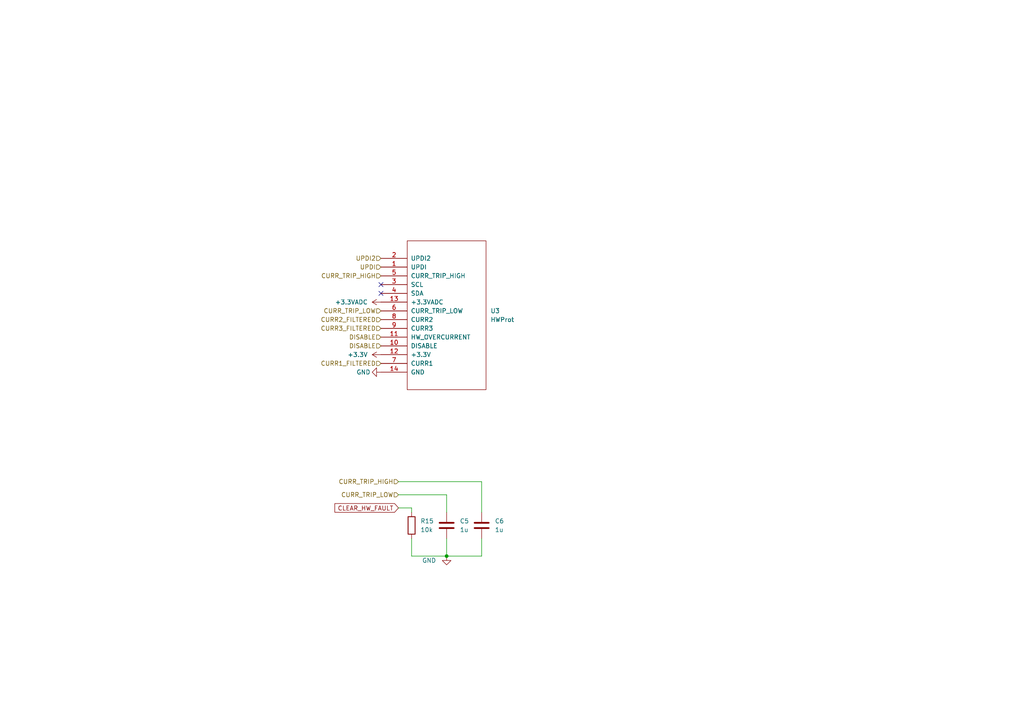
<source format=kicad_sch>
(kicad_sch (version 20230121) (generator eeschema)
  (paper "A4")
  (lib_symbols
    (symbol "Device:C" (pin_numbers hide) (pin_names (offset 0.254))
      (property "Reference" "C" (at 0.635 2.54 0))
      (property "Value" "C" (at 0.635 -2.54 0))
      (symbol "C_0_1"
        (polyline (pts (xy -2.032 -0.762) (xy 2.032 -0.762)) (stroke (width 0.508)))
        (polyline (pts (xy -2.032 0.762) (xy 2.032 0.762)) (stroke (width 0.508)))
      )
      (symbol "C_1_1"
        (pin passive line (at 0 3.81 270) (length 2.794) (name "~") (number "1"))
        (pin passive line (at 0 -3.81 90) (length 2.794) (name "~") (number "2"))
      )
    )
    (symbol "Device:R" (pin_numbers hide) (pin_names (offset 0))
      (property "Reference" "R" (at 2.032 0 90))
      (property "Value" "R" (at 0 0 90))
      (symbol "R_0_1"
        (rectangle (start -1.016 -2.54) (end 1.016 2.54) (stroke (width 0.254)))
      )
      (symbol "R_1_1"
        (pin passive line (at 0 3.81 270) (length 1.27) (name "~") (number "1"))
        (pin passive line (at 0 -3.81 90) (length 1.27) (name "~") (number "2"))
      )
    )
    (symbol "GigaVescSymbols:HWProt" (pin_names (offset 1.016))
      (property "Reference" "U" (at 0 -22.86 0))
      (property "Value" "HWProt" (at 0 24.13 0))
      (symbol "HWProt_1_0"
        (rectangle (start -11.43 -21.59) (end 11.43 21.59))
      )
      (symbol "HWProt_1_1"
        (pin input line (at -19.05 13.97 0) (length 7.62) (name "UPDI") (number "1"))
        (pin input line (at -19.05 -8.89 0) (length 7.62) (name "DISABLE") (number "10"))
        (pin input line (at -19.05 -6.35 0) (length 7.62) (name "HW_OVERCURRENT") (number "11"))
        (pin input line (at -19.05 -11.43 0) (length 7.62) (name "+3.3V") (number "12"))
        (pin input line (at -19.05 3.81 0) (length 7.62) (name "+3.3VADC") (number "13"))
        (pin input line (at -19.05 -16.51 0) (length 7.62) (name "GND") (number "14"))
        (pin input line (at -19.05 16.51 0) (length 7.62) (name "UPDI2") (number "2"))
        (pin input line (at -19.05 8.89 0) (length 7.62) (name "SCL") (number "3"))
        (pin input line (at -19.05 6.35 0) (length 7.62) (name "SDA") (number "4"))
        (pin input line (at -19.05 11.43 0) (length 7.62) (name "CURR_TRIP_HIGH") (number "5"))
        (pin input line (at -19.05 1.27 0) (length 7.62) (name "CURR_TRIP_LOW") (number "6"))
        (pin input line (at -19.05 -13.97 0) (length 7.62) (name "CURR1") (number "7"))
        (pin input line (at -19.05 -1.27 0) (length 7.62) (name "CURR2") (number "8"))
        (pin input line (at -19.05 -3.81 0) (length 7.62) (name "CURR3") (number "9"))
      )
    )
    (symbol "power:+3.3V" (power) (pin_names (offset 0))
      (property "Value" "+3.3V" (at 0 3.556 0))
      (symbol "+3.3V_0_1"
        (polyline (pts (xy -0.762 1.27) (xy 0 2.54)))
        (polyline (pts (xy 0 0) (xy 0 2.54)))
        (polyline (pts (xy 0 2.54) (xy 0.762 1.27)))
      )
      (symbol "+3.3V_1_1"
        (pin power_in line (at 0 0 90) (length 0) hide (name "+3.3V") (number "1"))
      )
    )
    (symbol "power:+3.3VADC" (power) (pin_names (offset 0))
      (property "Value" "+3.3VADC" (at 0 2.54 0))
      (symbol "+3.3VADC_0_0"
        (pin power_in line (at 0 0 90) (length 0) hide (name "+3.3VADC") (number "1"))
      )
      (symbol "+3.3VADC_0_1"
        (polyline (pts (xy -0.762 1.27) (xy 0 2.54)))
        (polyline (pts (xy 0 0) (xy 0 2.54)))
        (polyline (pts (xy 0 2.54) (xy 0.762 1.27)))
      )
    )
    (symbol "power:GND" (power) (pin_names (offset 0))
      (property "Value" "GND" (at 0 -3.81 0))
      (symbol "GND_0_1"
        (polyline (pts (xy 0 0) (xy 0 -1.27) (xy 1.27 -1.27) (xy 0 -2.54) (xy -1.27 -1.27) (xy 0 -1.27)))
      )
      (symbol "GND_1_1"
        (pin power_in line (at 0 0 270) (length 0) hide (name "GND") (number "1"))
      )
    )
  )
  (junction (at 129.54 161.29))
  (no_connect (at 110.49 82.55))
  (no_connect (at 110.49 85.09))
  (wire (pts (xy 139.7 161.29) (xy 129.54 161.29)))
  (wire (pts (xy 119.38 148.59) (xy 119.38 147.32)))
  (wire (pts (xy 119.38 156.21) (xy 119.38 161.29)))
  (wire (pts (xy 139.7 139.7) (xy 139.7 148.59)))
  (wire (pts (xy 119.38 161.29) (xy 129.54 161.29)))
  (wire (pts (xy 129.54 143.51) (xy 129.54 148.59)))
  (wire (pts (xy 119.38 147.32) (xy 115.57 147.32)))
  (wire (pts (xy 139.7 156.21) (xy 139.7 161.29)))
  (wire (pts (xy 115.57 139.7) (xy 139.7 139.7)))
  (wire (pts (xy 129.54 156.21) (xy 129.54 161.29)))
  (wire (pts (xy 115.57 143.51) (xy 129.54 143.51)))
  (global_label "CLEAR_HW_FAULT" (shape input) (at 115.57 147.32 180) (property "Intersheetrefs" "${INTERSHEET_REFS}" (effects hide)))
  (hierarchical_label "CURR1_FILTERED" (shape input) (at 110.49 105.41 180))
  (hierarchical_label "DISABLE" (shape input) (at 110.49 97.79 180))
  (hierarchical_label "UPDI" (shape input) (at 110.49 77.47 180))
  (hierarchical_label "CURR3_FILTERED" (shape input) (at 110.49 95.25 180))
  (hierarchical_label "CURR_TRIP_HIGH" (shape input) (at 110.49 80.01 180))
  (hierarchical_label "UPDI2" (shape input) (at 110.49 74.93 180))
  (hierarchical_label "DISABLE" (shape input) (at 110.49 100.33 180))
  (hierarchical_label "CURR2_FILTERED" (shape input) (at 110.49 92.71 180))
  (hierarchical_label "CURR_TRIP_LOW" (shape input) (at 110.49 90.17 180))
  (hierarchical_label "CURR_TRIP_LOW" (shape input) (at 115.57 143.51 180))
  (hierarchical_label "CURR_TRIP_HIGH" (shape input) (at 115.57 139.7 180))
  (symbol (lib_id "power:+3.3V") (at 110.49 102.87 90) (unit 1)
    (property "Reference" "#PWR05" (effects hide))
    (property "Value" "+3.3V" (at 106.68 102.87 90) (effects (justify left)))
  )
  (symbol (lib_id "Device:R") (at 119.38 152.4 0) (unit 1)
    (property "Reference" "R15" (at 121.92 151.13 0) (effects (justify left)))
    (property "Value" "10k" (at 121.92 153.67 0) (effects (justify left)))
    (property "Footprint" "Resistor_SMD:R_0805_2012Metric" (effects hide))
    (property "MPN" "C17414" (effects hide))
  )
  (symbol (lib_id "power:GND") (at 129.54 161.29 0) (unit 1)
    (property "Reference" "#PWR023" (effects hide))
    (property "Value" "GND" (at 124.46 162.56 0))
  )
  (symbol (lib_id "power:GND") (at 110.49 107.95 270) (unit 1)
    (property "Reference" "#PWR06" (effects hide))
    (property "Value" "GND" (at 105.41 107.95 90))
  )
  (symbol (lib_id "GigaVescSymbols:HWProt") (at 129.54 91.44 0) (unit 1)
    (property "Reference" "U3" (at 142.24 90.17 0) (effects (justify left)))
    (property "Value" "HWProt" (at 142.24 92.71 0) (effects (justify left)))
    (property "Footprint" "GigaVescLibs:HWProt" (effects hide))
    (property "Datasheet" "DOCUMENTATION" (effects hide))
  )
  (symbol (lib_id "Device:C") (at 129.54 152.4 0) (unit 1)
    (property "Reference" "C5" (at 133.35 151.13 0) (effects (justify left)))
    (property "Value" "1u" (at 133.35 153.67 0) (effects (justify left)))
    (property "Footprint" "Capacitor_SMD:C_0805_2012Metric" (effects hide))
  )
  (symbol (lib_id "Device:C") (at 139.7 152.4 0) (unit 1)
    (property "Reference" "C6" (at 143.51 151.13 0) (effects (justify left)))
    (property "Value" "1u" (at 143.51 153.67 0) (effects (justify left)))
    (property "Footprint" "Capacitor_SMD:C_0805_2012Metric" (effects hide))
  )
  (symbol (lib_id "power:+3.3VADC") (at 110.49 87.63 90) (unit 1)
    (property "Reference" "#PWR08" (effects hide))
    (property "Value" "+3.3VADC" (at 106.68 87.63 90) (effects (justify left)))
  )
)
</source>
